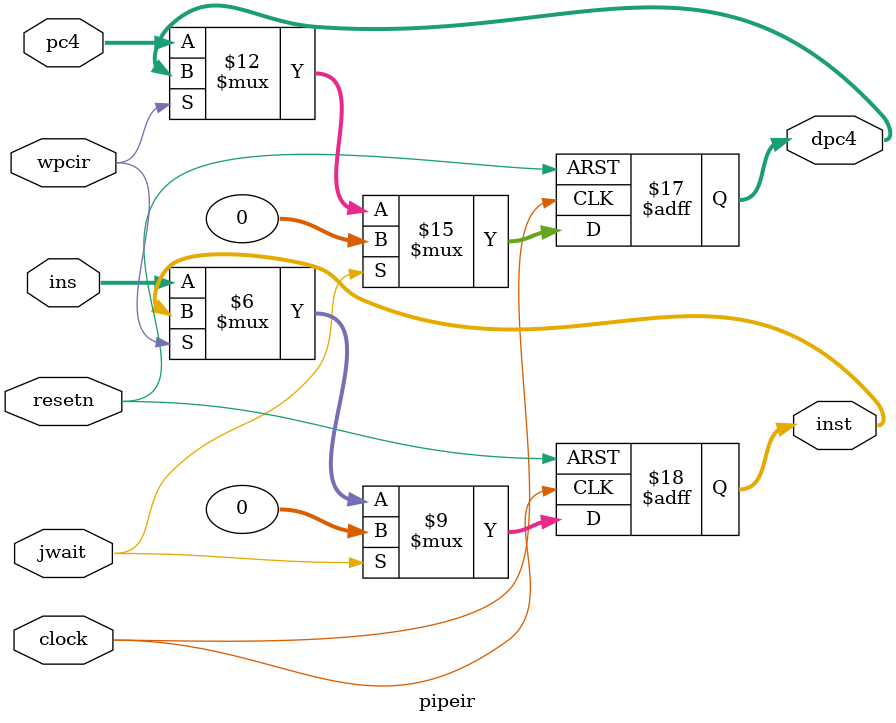
<source format=v>
module pipeir (pc4, ins, wpcir, clock, resetn, jwait, dpc4, inst);
    input   [31:0]  pc4, ins;
    input           wpcir, clock, resetn, jwait;
    output  [31:0]  dpc4, inst;

    reg     [31:0]  dpc4, inst;

    always @ (posedge clock or negedge resetn) begin
        if (resetn == 0) begin
            dpc4 <= 0;
            inst <= 0;
        end else if (jwait == 1) begin
			dpc4 <= 0;
			inst <= 0;
        end else if (wpcir == 1) begin
            dpc4 <= dpc4;
            inst <= inst;
        end else begin
            dpc4 <= pc4;
            inst <= ins;
        end
    end

endmodule

</source>
